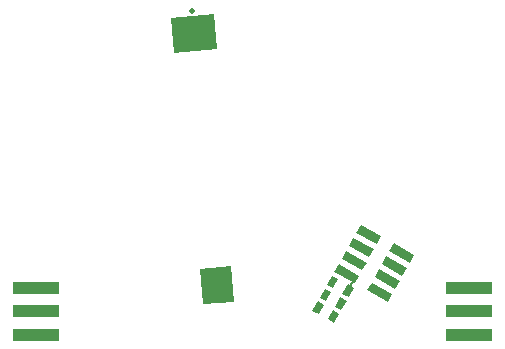
<source format=gbs>
G04 #@! TF.FileFunction,Soldermask,Bot*
%FSLAX46Y46*%
G04 Gerber Fmt 4.6, Leading zero omitted, Abs format (unit mm)*
G04 Created by KiCad (PCBNEW 4.0.0-rc2-stable) date 3/3/2016 3:42:37 PM*
%MOMM*%
G01*
G04 APERTURE LIST*
%ADD10C,0.150000*%
%ADD11R,4.000000X1.000000*%
%ADD12C,0.600000*%
%ADD13C,0.500000*%
G04 APERTURE END LIST*
D10*
D11*
X85735030Y-50192207D03*
X85735030Y-48192207D03*
X85735030Y-46192207D03*
D12*
X84735030Y-50192207D03*
X84735030Y-48192207D03*
X84735030Y-46192207D03*
D11*
X49020836Y-46192207D03*
X49020836Y-48192207D03*
X49020836Y-50192207D03*
D12*
X50020836Y-46192207D03*
X50020836Y-48192207D03*
X50020836Y-50192207D03*
D10*
G36*
X63221585Y-47619586D02*
X62947982Y-44632089D01*
X65537147Y-44394966D01*
X65810750Y-47382463D01*
X63221585Y-47619586D01*
X63221585Y-47619586D01*
G37*
G36*
X60771965Y-26354372D02*
X60498362Y-23366874D01*
X64083359Y-23038550D01*
X64356962Y-26026048D01*
X60771965Y-26354372D01*
X60771965Y-26354372D01*
G37*
D13*
X62254379Y-22804379D03*
D10*
G36*
X78834689Y-47412759D02*
X77089926Y-46435107D01*
X77461433Y-45772097D01*
X79206196Y-46749749D01*
X78834689Y-47412759D01*
X78834689Y-47412759D01*
G37*
G36*
X79455498Y-46304834D02*
X77710735Y-45327182D01*
X78082242Y-44664172D01*
X79827005Y-45641824D01*
X79455498Y-46304834D01*
X79455498Y-46304834D01*
G37*
G36*
X80076307Y-45196910D02*
X78331544Y-44219258D01*
X78703051Y-43556248D01*
X80447814Y-44533900D01*
X80076307Y-45196910D01*
X80076307Y-45196910D01*
G37*
G36*
X80697115Y-44088986D02*
X78952352Y-43111334D01*
X79323859Y-42448324D01*
X81068622Y-43425976D01*
X80697115Y-44088986D01*
X80697115Y-44088986D01*
G37*
G36*
X76043069Y-45848516D02*
X74298306Y-44870864D01*
X74669813Y-44207854D01*
X76414576Y-45185506D01*
X76043069Y-45848516D01*
X76043069Y-45848516D01*
G37*
G36*
X76663877Y-44740592D02*
X74919114Y-43762940D01*
X75290621Y-43099930D01*
X77035384Y-44077582D01*
X76663877Y-44740592D01*
X76663877Y-44740592D01*
G37*
G36*
X77284686Y-43632668D02*
X75539923Y-42655016D01*
X75911430Y-41992006D01*
X77656193Y-42969658D01*
X77284686Y-43632668D01*
X77284686Y-43632668D01*
G37*
G36*
X77910383Y-42516019D02*
X76165620Y-41538367D01*
X76527351Y-40892805D01*
X78272114Y-41870457D01*
X77910383Y-42516019D01*
X77910383Y-42516019D01*
G37*
G36*
X74203370Y-46267722D02*
X73679941Y-45974427D01*
X74119884Y-45189284D01*
X74643313Y-45482579D01*
X74203370Y-46267722D01*
X74203370Y-46267722D01*
G37*
G36*
X75511942Y-47000961D02*
X74988513Y-46707666D01*
X75428456Y-45922523D01*
X75951885Y-46215818D01*
X75511942Y-47000961D01*
X75511942Y-47000961D01*
G37*
G36*
X74900910Y-48091437D02*
X74377481Y-47798142D01*
X74817424Y-47012999D01*
X75340853Y-47306294D01*
X74900910Y-48091437D01*
X74900910Y-48091437D01*
G37*
G36*
X73592337Y-47358199D02*
X73068908Y-47064904D01*
X73508851Y-46279761D01*
X74032280Y-46573056D01*
X73592337Y-47358199D01*
X73592337Y-47358199D01*
G37*
G36*
X72981305Y-48448676D02*
X72457876Y-48155381D01*
X72897819Y-47370238D01*
X73421248Y-47663533D01*
X72981305Y-48448676D01*
X72981305Y-48448676D01*
G37*
G36*
X74289877Y-49181914D02*
X73766448Y-48888619D01*
X74206391Y-48103476D01*
X74729820Y-48396771D01*
X74289877Y-49181914D01*
X74289877Y-49181914D01*
G37*
G36*
X75611584Y-46311707D02*
X75437107Y-46213942D01*
X75877050Y-45428799D01*
X76051527Y-45526564D01*
X75611584Y-46311707D01*
X75611584Y-46311707D01*
G37*
M02*

</source>
